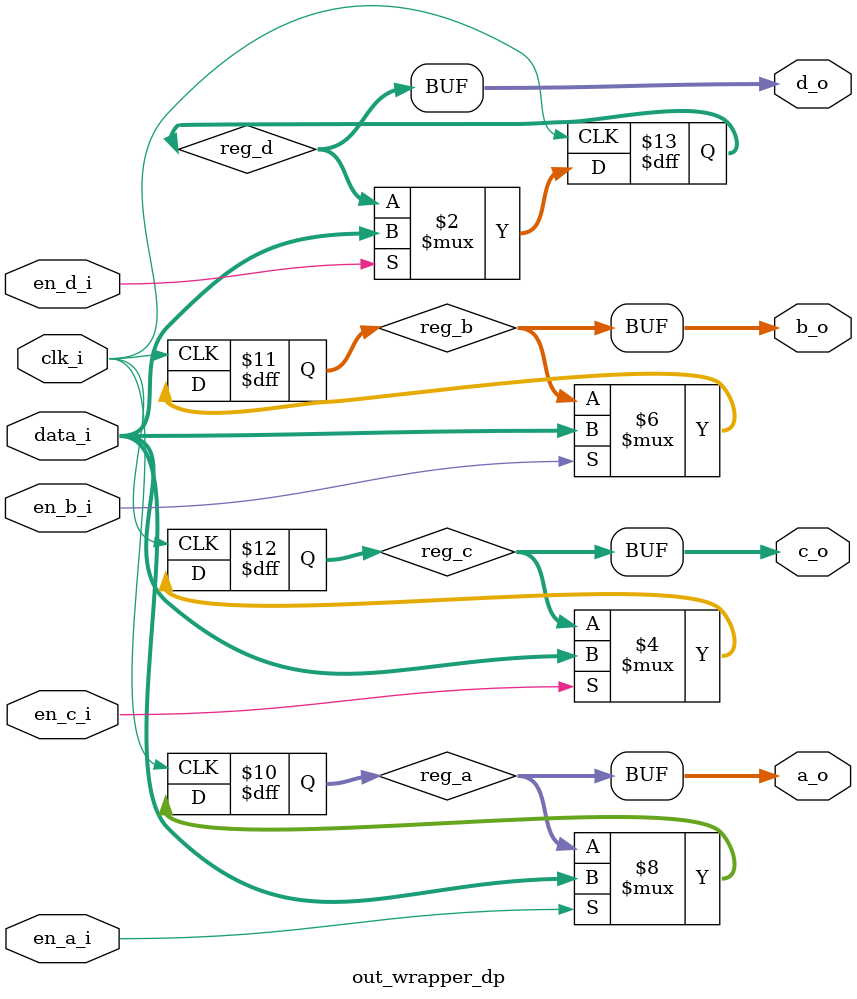
<source format=sv>


module out_wrapper_dp (
    input   logic         clk_i,
    input   logic         en_a_i,
    input   logic         en_b_i,
    input   logic         en_c_i,
    input   logic         en_d_i,
    input   logic [15:0]  data_i,
    output  logic [15:0]  a_o,
    output  logic [15:0]  b_o,
    output  logic [15:0]  c_o,
    output  logic [15:0]  d_o
  );

  logic [15:0]  reg_a;
  logic [15:0]  reg_b;
  logic [15:0]  reg_c;
  logic [15:0]  reg_d;

  always_ff @( posedge clk_i ) begin : load_registers
    if (en_a_i) begin
      reg_a <= data_i;
    end
    if (en_b_i) begin
      reg_b <= data_i;
    end
    if (en_c_i) begin
      reg_c <= data_i;
    end
    if (en_d_i) begin
      reg_d <= data_i;
    end
  end

  assign a_o = reg_a;
  assign b_o = reg_b;
  assign c_o = reg_c;
  assign d_o = reg_d;

endmodule
</source>
